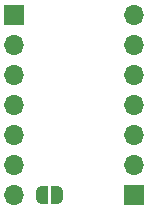
<source format=gbs>
G04 #@! TF.GenerationSoftware,KiCad,Pcbnew,(6.0.9)*
G04 #@! TF.CreationDate,2023-05-28T18:49:52+02:00*
G04 #@! TF.ProjectId,SOIC-SSOP-DIP adapter,534f4943-2d53-4534-9f50-2d4449502061,rev?*
G04 #@! TF.SameCoordinates,Original*
G04 #@! TF.FileFunction,Soldermask,Bot*
G04 #@! TF.FilePolarity,Negative*
%FSLAX46Y46*%
G04 Gerber Fmt 4.6, Leading zero omitted, Abs format (unit mm)*
G04 Created by KiCad (PCBNEW (6.0.9)) date 2023-05-28 18:49:52*
%MOMM*%
%LPD*%
G01*
G04 APERTURE LIST*
G04 Aperture macros list*
%AMFreePoly0*
4,1,22,0.500000,-0.750000,0.000000,-0.750000,0.000000,-0.745033,-0.079941,-0.743568,-0.215256,-0.701293,-0.333266,-0.622738,-0.424486,-0.514219,-0.481581,-0.384460,-0.499164,-0.250000,-0.500000,-0.250000,-0.500000,0.250000,-0.499164,0.250000,-0.499963,0.256109,-0.478152,0.396186,-0.417904,0.524511,-0.324060,0.630769,-0.204165,0.706417,-0.067858,0.745374,0.000000,0.744959,0.000000,0.750000,
0.500000,0.750000,0.500000,-0.750000,0.500000,-0.750000,$1*%
%AMFreePoly1*
4,1,20,0.000000,0.744959,0.073905,0.744508,0.209726,0.703889,0.328688,0.626782,0.421226,0.519385,0.479903,0.390333,0.500000,0.250000,0.500000,-0.250000,0.499851,-0.262216,0.476331,-0.402017,0.414519,-0.529596,0.319384,-0.634700,0.198574,-0.708877,0.061801,-0.746166,0.000000,-0.745033,0.000000,-0.750000,-0.500000,-0.750000,-0.500000,0.750000,0.000000,0.750000,0.000000,0.744959,
0.000000,0.744959,$1*%
G04 Aperture macros list end*
%ADD10FreePoly0,180.000000*%
%ADD11FreePoly1,180.000000*%
%ADD12R,1.700000X1.700000*%
%ADD13O,1.700000X1.700000*%
G04 APERTURE END LIST*
D10*
X69738000Y-96520000D03*
D11*
X68438000Y-96520000D03*
D12*
X66040000Y-81275000D03*
D13*
X66040000Y-83815000D03*
X66040000Y-86355000D03*
X66040000Y-88895000D03*
X66040000Y-91435000D03*
X66040000Y-93975000D03*
X66040000Y-96515000D03*
D12*
X76200000Y-96525000D03*
D13*
X76200000Y-93985000D03*
X76200000Y-91445000D03*
X76200000Y-88905000D03*
X76200000Y-86365000D03*
X76200000Y-83825000D03*
X76200000Y-81285000D03*
M02*

</source>
